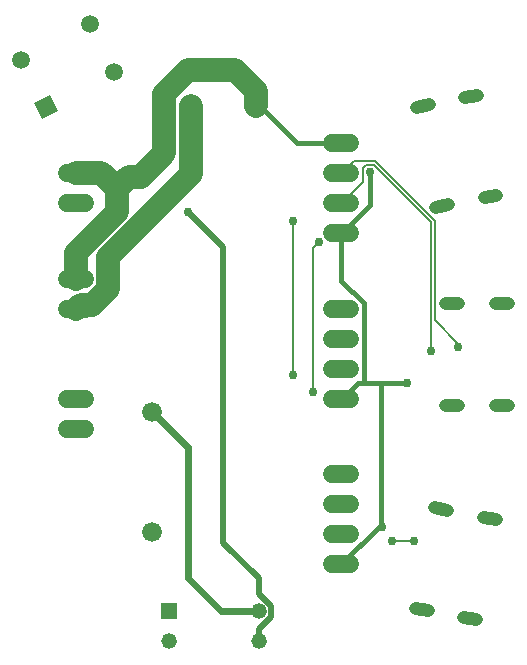
<source format=gbr>
G04 EAGLE Gerber RS-274X export*
G75*
%MOMM*%
%FSLAX34Y34*%
%LPD*%
%INBottom Copper*%
%IPPOS*%
%AMOC8*
5,1,8,0,0,1.08239X$1,22.5*%
G01*
G04 Define Apertures*
%ADD10C,1.524000*%
%ADD11C,1.108000*%
%ADD12R,1.320800X1.320800*%
%ADD13C,1.320800*%
%ADD14C,1.676400*%
%ADD15C,1.400000*%
%ADD16C,1.498000*%
%ADD17R,1.498000X1.498000*%
%ADD18C,0.406400*%
%ADD19C,0.756400*%
%ADD20C,0.152400*%
%ADD21C,2.000000*%
%ADD22C,0.508000*%
%ADD23C,0.609600*%
D10*
X812380Y-12700D02*
X827620Y-12700D01*
X827620Y12700D02*
X812380Y12700D01*
X812380Y38100D02*
X827620Y38100D01*
X827620Y-38100D02*
X812380Y-38100D01*
X812380Y127300D02*
X827620Y127300D01*
X827620Y152700D02*
X812380Y152700D01*
X812380Y178100D02*
X827620Y178100D01*
X827620Y101900D02*
X812380Y101900D01*
X812380Y-152700D02*
X827620Y-152700D01*
X827620Y-127300D02*
X812380Y-127300D01*
X812380Y-101900D02*
X827620Y-101900D01*
X827620Y-178100D02*
X812380Y-178100D01*
D11*
X899467Y124507D02*
X910343Y126621D01*
X893857Y211433D02*
X882981Y209319D01*
X940499Y132483D02*
X951375Y134597D01*
X934889Y219409D02*
X924013Y217295D01*
X919128Y-43200D02*
X908048Y-43200D01*
X908048Y43200D02*
X919128Y43200D01*
X949848Y-43200D02*
X960928Y-43200D01*
X960928Y43200D02*
X949848Y43200D01*
X893041Y-216954D02*
X882164Y-214840D01*
X898650Y-130027D02*
X909527Y-132141D01*
X923196Y-222815D02*
X934073Y-224930D01*
X950559Y-140117D02*
X939682Y-138003D01*
D10*
X602859Y-63989D02*
X587619Y-63989D01*
X587619Y-38589D02*
X602859Y-38589D01*
D12*
X673856Y-218077D03*
D13*
X673856Y-243477D03*
X750056Y-243477D03*
X750056Y-218077D03*
D14*
X660000Y-150800D03*
X660000Y-49200D03*
D10*
X602930Y127749D02*
X587690Y127749D01*
X587690Y153149D02*
X602930Y153149D01*
X602930Y37749D02*
X587690Y37749D01*
X587690Y63149D02*
X602930Y63149D01*
D15*
X692500Y210000D03*
X747500Y210000D03*
D16*
X606834Y278856D03*
X627543Y238905D03*
X549126Y248943D03*
D17*
G36*
X559739Y212194D02*
X573037Y219088D01*
X579931Y205790D01*
X566633Y198896D01*
X559739Y212194D01*
G37*
D18*
X851916Y-146304D02*
X854202Y-146304D01*
X851916Y-146304D02*
X820674Y-177546D01*
X820000Y-178100D01*
X844296Y125730D02*
X844296Y153924D01*
X844296Y125730D02*
X820674Y102108D01*
X820000Y101900D01*
X834390Y-24384D02*
X838962Y-24384D01*
X853440Y-24384D01*
X875538Y-24384D01*
X834390Y-24384D02*
X820674Y-38100D01*
X820000Y-38100D01*
X819912Y61722D02*
X819912Y99822D01*
X819912Y61722D02*
X838962Y42672D01*
X838962Y-24384D01*
X819912Y99822D02*
X820000Y101900D01*
X853440Y-24384D02*
X853440Y-144780D01*
X854202Y-146304D01*
D19*
X854202Y-146304D03*
X844296Y153924D03*
X875538Y-24384D03*
D20*
X918972Y5334D02*
X918972Y8382D01*
X899160Y28194D01*
X899160Y112776D01*
X848868Y163068D01*
X830580Y163068D01*
X820674Y153162D01*
X820000Y152700D01*
D19*
X918972Y5334D03*
D20*
X896112Y2286D02*
X896112Y111252D01*
X847344Y160020D01*
X841248Y160020D01*
X838200Y156972D01*
X838200Y145542D01*
X820674Y128016D01*
X820000Y127300D01*
D19*
X896112Y2286D03*
D21*
X595310Y63149D02*
X595310Y85310D01*
X630000Y120000D01*
X630000Y140000D01*
X616851Y153149D01*
X595310Y153149D01*
X630000Y140000D02*
X640000Y150000D01*
X650000Y150000D01*
X670000Y170000D01*
X670000Y220000D01*
X690000Y240000D01*
X730000Y240000D01*
X747500Y222500D02*
X747500Y210000D01*
X747500Y222500D02*
X730000Y240000D01*
D18*
X782574Y178308D02*
X819912Y178308D01*
X782574Y178308D02*
X755904Y204978D01*
X819912Y178308D02*
X820000Y178100D01*
X755904Y204978D02*
X747500Y210000D01*
D20*
X778764Y112776D02*
X778764Y-18288D01*
D19*
X778764Y-18288D03*
X778764Y112776D03*
D20*
X796290Y89916D02*
X796290Y-32004D01*
X796290Y89916D02*
X800862Y94488D01*
D19*
X796290Y-32004D03*
X800862Y94488D03*
D20*
X862584Y-158496D02*
X881634Y-158496D01*
D19*
X862584Y-158496D03*
X881634Y-158496D03*
D22*
X760724Y-213658D02*
X760724Y-222496D01*
X750056Y-233164D02*
X750056Y-243477D01*
X750056Y-202990D02*
X750056Y-190056D01*
X760724Y-222496D02*
X750056Y-233164D01*
X760724Y-213658D02*
X750056Y-202990D01*
X750056Y-190056D02*
X720000Y-160000D01*
X720000Y90000D01*
X690000Y120000D01*
D19*
X690000Y120000D03*
D21*
X599186Y41625D02*
X595310Y37749D01*
X622074Y55219D02*
X622074Y81634D01*
X608480Y41625D02*
X599186Y41625D01*
X608480Y41625D02*
X622074Y55219D01*
X622074Y81634D02*
X692500Y152060D01*
X692500Y210000D01*
D23*
X660000Y-49200D02*
X690000Y-79200D01*
X690000Y-190000D01*
X718077Y-218077D01*
X750056Y-218077D01*
M02*

</source>
